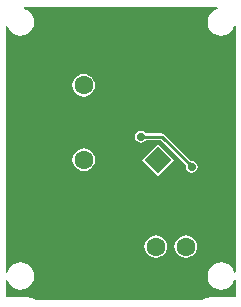
<source format=gbl>
G04*
G04 #@! TF.GenerationSoftware,Altium Limited,Altium Designer,19.1.5 (86)*
G04*
G04 Layer_Physical_Order=2*
G04 Layer_Color=16711680*
%FSAX44Y44*%
%MOMM*%
G71*
G01*
G75*
%ADD11C,0.2500*%
%ADD43C,1.6000*%
%ADD44R,1.6000X1.6000*%
%ADD45C,2.5000*%
%ADD46P,2.2627X4X90.0*%
%ADD47C,0.7000*%
G36*
X03026798Y02609204D02*
X03024001Y02608045D01*
X03021598Y02606202D01*
X03019755Y02603800D01*
X03018596Y02601002D01*
X03018201Y02598000D01*
X03018596Y02594998D01*
X03019755Y02592200D01*
X03021598Y02589798D01*
X03024001Y02587955D01*
X03026798Y02586796D01*
X03029800Y02586401D01*
X03032802Y02586796D01*
X03035600Y02587955D01*
X03038002Y02589798D01*
X03039845Y02592200D01*
X03041004Y02594998D01*
X03042210Y02594741D01*
X03042210Y02386259D01*
X03041004Y02386002D01*
X03039845Y02388800D01*
X03038002Y02391202D01*
X03035600Y02393045D01*
X03032802Y02394204D01*
X03029800Y02394599D01*
X03026798Y02394204D01*
X03024001Y02393045D01*
X03021598Y02391202D01*
X03019755Y02388800D01*
X03018596Y02386002D01*
X03018201Y02383000D01*
X03018596Y02379998D01*
X03019755Y02377200D01*
X03021598Y02374798D01*
X03024001Y02372955D01*
X03026798Y02371796D01*
X03029800Y02371401D01*
X03032802Y02371796D01*
X03035600Y02372955D01*
X03038002Y02374798D01*
X03039845Y02377200D01*
X03041004Y02379998D01*
X03042210Y02379741D01*
Y02365590D01*
X03023580D01*
X03023517Y02365577D01*
X03023453Y02365587D01*
X03021493Y02365490D01*
X03021306Y02365444D01*
X03021115D01*
X03017269Y02364679D01*
X03017033Y02364581D01*
X03016783Y02364531D01*
X03013161Y02363031D01*
X03013115Y02363000D01*
X02873395D01*
X02873349Y02363031D01*
X02869727Y02364531D01*
X02869477Y02364581D01*
X02869241Y02364679D01*
X02865396Y02365444D01*
X02865204D01*
X02865017Y02365490D01*
X02863057Y02365587D01*
X02862993Y02365577D01*
X02862930Y02365590D01*
X02847390Y02365590D01*
Y02379741D01*
X02848596Y02379998D01*
X02849755Y02377200D01*
X02851598Y02374798D01*
X02854001Y02372955D01*
X02856798Y02371796D01*
X02859800Y02371401D01*
X02862802Y02371796D01*
X02865600Y02372955D01*
X02868002Y02374798D01*
X02869845Y02377200D01*
X02871004Y02379998D01*
X02871399Y02383000D01*
X02871004Y02386002D01*
X02869845Y02388800D01*
X02868002Y02391202D01*
X02865600Y02393045D01*
X02862802Y02394204D01*
X02859800Y02394599D01*
X02856798Y02394204D01*
X02854001Y02393045D01*
X02851598Y02391202D01*
X02849755Y02388800D01*
X02848596Y02386002D01*
X02847390Y02386259D01*
X02847390Y02594741D01*
X02848596Y02594998D01*
X02849755Y02592200D01*
X02851598Y02589798D01*
X02854001Y02587955D01*
X02856798Y02586796D01*
X02859800Y02586401D01*
X02862802Y02586796D01*
X02865600Y02587955D01*
X02868002Y02589798D01*
X02869845Y02592200D01*
X02871004Y02594998D01*
X02871399Y02598000D01*
X02871004Y02601002D01*
X02869845Y02603800D01*
X02868002Y02606202D01*
X02865600Y02608045D01*
X02862802Y02609204D01*
X02863059Y02610410D01*
X03026541D01*
X03026798Y02609204D01*
D02*
G37*
%LPC*%
G36*
X02913369Y02554013D02*
X02910889Y02553686D01*
X02908578Y02552729D01*
X02906594Y02551206D01*
X02905071Y02549222D01*
X02904113Y02546911D01*
X02903787Y02544431D01*
X02904113Y02541951D01*
X02905071Y02539640D01*
X02906594Y02537655D01*
X02908578Y02536133D01*
X02910889Y02535175D01*
X02913369Y02534849D01*
X02915849Y02535175D01*
X02918160Y02536133D01*
X02920145Y02537655D01*
X02921667Y02539640D01*
X02922625Y02541951D01*
X02922951Y02544431D01*
X02922625Y02546911D01*
X02921667Y02549222D01*
X02920145Y02551206D01*
X02918160Y02552729D01*
X02915849Y02553686D01*
X02913369Y02554013D01*
D02*
G37*
G36*
Y02491151D02*
X02910889Y02490825D01*
X02908578Y02489867D01*
X02906594Y02488345D01*
X02905071Y02486360D01*
X02904113Y02484049D01*
X02903787Y02481569D01*
X02904113Y02479089D01*
X02905071Y02476778D01*
X02906594Y02474794D01*
X02908578Y02473271D01*
X02910889Y02472314D01*
X02913369Y02471987D01*
X02915849Y02472314D01*
X02918160Y02473271D01*
X02920145Y02474794D01*
X02921667Y02476778D01*
X02922625Y02479089D01*
X02922951Y02481569D01*
X02922625Y02484049D01*
X02921667Y02486360D01*
X02920145Y02488345D01*
X02918160Y02489867D01*
X02915849Y02490825D01*
X02913369Y02491151D01*
D02*
G37*
G36*
X02961800Y02506148D02*
X02959849Y02505760D01*
X02958195Y02504655D01*
X02957090Y02503001D01*
X02956702Y02501050D01*
X02957090Y02499099D01*
X02958195Y02497445D01*
X02959849Y02496340D01*
X02961800Y02495952D01*
X02963751Y02496340D01*
X02965405Y02497445D01*
X02965940Y02498246D01*
X02978589D01*
X02999973Y02476862D01*
X02999702Y02475500D01*
X03000090Y02473549D01*
X03001195Y02471895D01*
X03002849Y02470790D01*
X03004800Y02470402D01*
X03006751Y02470790D01*
X03008405Y02471895D01*
X03009510Y02473549D01*
X03009898Y02475500D01*
X03009510Y02477451D01*
X03008405Y02479105D01*
X03006751Y02480210D01*
X03004800Y02480598D01*
X03004272Y02480493D01*
X02981732Y02503033D01*
X02980823Y02503640D01*
X02979750Y02503854D01*
X02965940D01*
X02965405Y02504655D01*
X02963751Y02505760D01*
X02961800Y02506148D01*
D02*
G37*
G36*
X02976231Y02495004D02*
X02962796Y02481569D01*
X02976231Y02468134D01*
X02989666Y02481569D01*
X02976231Y02495004D01*
D02*
G37*
G36*
X02999800Y02417582D02*
X02997320Y02417256D01*
X02995009Y02416298D01*
X02993025Y02414776D01*
X02991502Y02412791D01*
X02990544Y02410480D01*
X02990218Y02408000D01*
X02990544Y02405520D01*
X02991502Y02403209D01*
X02993025Y02401225D01*
X02995009Y02399702D01*
X02997320Y02398745D01*
X02999800Y02398418D01*
X03002280Y02398745D01*
X03004591Y02399702D01*
X03006575Y02401225D01*
X03008098Y02403209D01*
X03009055Y02405520D01*
X03009382Y02408000D01*
X03009055Y02410480D01*
X03008098Y02412791D01*
X03006575Y02414776D01*
X03004591Y02416298D01*
X03002280Y02417256D01*
X02999800Y02417582D01*
D02*
G37*
G36*
X02974400D02*
X02971920Y02417256D01*
X02969609Y02416298D01*
X02967625Y02414776D01*
X02966102Y02412791D01*
X02965144Y02410480D01*
X02964818Y02408000D01*
X02965144Y02405520D01*
X02966102Y02403209D01*
X02967625Y02401225D01*
X02969609Y02399702D01*
X02971920Y02398745D01*
X02974400Y02398418D01*
X02976880Y02398745D01*
X02979191Y02399702D01*
X02981176Y02401225D01*
X02982698Y02403209D01*
X02983655Y02405520D01*
X02983982Y02408000D01*
X02983655Y02410480D01*
X02982698Y02412791D01*
X02981176Y02414776D01*
X02979191Y02416298D01*
X02976880Y02417256D01*
X02974400Y02417582D01*
D02*
G37*
%LPD*%
D11*
X02979750Y02501050D02*
X03004800Y02476000D01*
Y02475500D02*
Y02476000D01*
X02961800Y02501050D02*
X02979750D01*
D43*
X02974400Y02408000D02*
D03*
X02999800D02*
D03*
X02913369Y02544431D02*
D03*
X02976231D02*
D03*
X02913369Y02481569D02*
D03*
D44*
X03025200Y02408000D02*
D03*
D45*
X02944800Y02513000D02*
D03*
D46*
X02976231Y02481569D02*
D03*
D47*
X03029800Y02558000D02*
D03*
X03004800Y02475500D02*
D03*
X02961800Y02501050D02*
D03*
X02915800Y02594250D02*
D03*
X02974400D02*
D03*
X02905155Y02378000D02*
D03*
M02*

</source>
